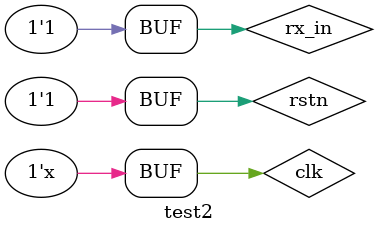
<source format=v>

module test2  ();
reg clk , rstn , rx_in ;

wire parity_bit_error ,stop_bit_error ;
wire [7:0] rx_data_out ;
RX_top m(.clk(clk) , .rstn(rstn) , .rx_in(rx_in) , .parity_bit_error(parity_bit_error) ,.stop_bit_error(stop_bit_error) , .rx_data_out(rx_data_out));
 

initial 
clk = 0 ;
always #5  clk = ~ clk ;

initial begin
#5 rstn = 0 ;
#5 rx_in = 1 ;
rstn=1;
#10 rx_in = 0 ;
#10 rx_in = 0 ;
#10 rx_in = 1 ;
#10 rx_in = 1 ;

#10 rx_in = 0 ;
#10 rx_in = 0 ;
#10 rx_in = 0 ;
#10 rx_in = 1 ;
#10 rx_in = 1 ;

#10 rx_in = 0 ;
#10 rx_in = 1 ;
end

endmodule

</source>
